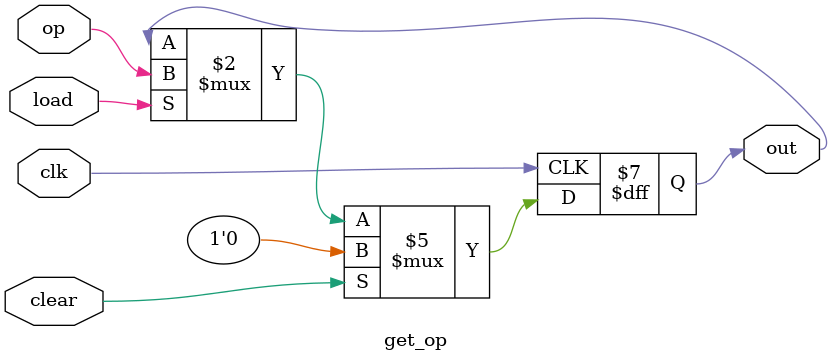
<source format=v>
`timescale 1ns / 1ps


module get_op(
    input op,
    input clk,
    input load,
    input clear,
    output reg out
    );
    
    always @(posedge clk)
        if (clear)
           out <= 0;
        else if (load)
           out <= op;
endmodule
</source>
